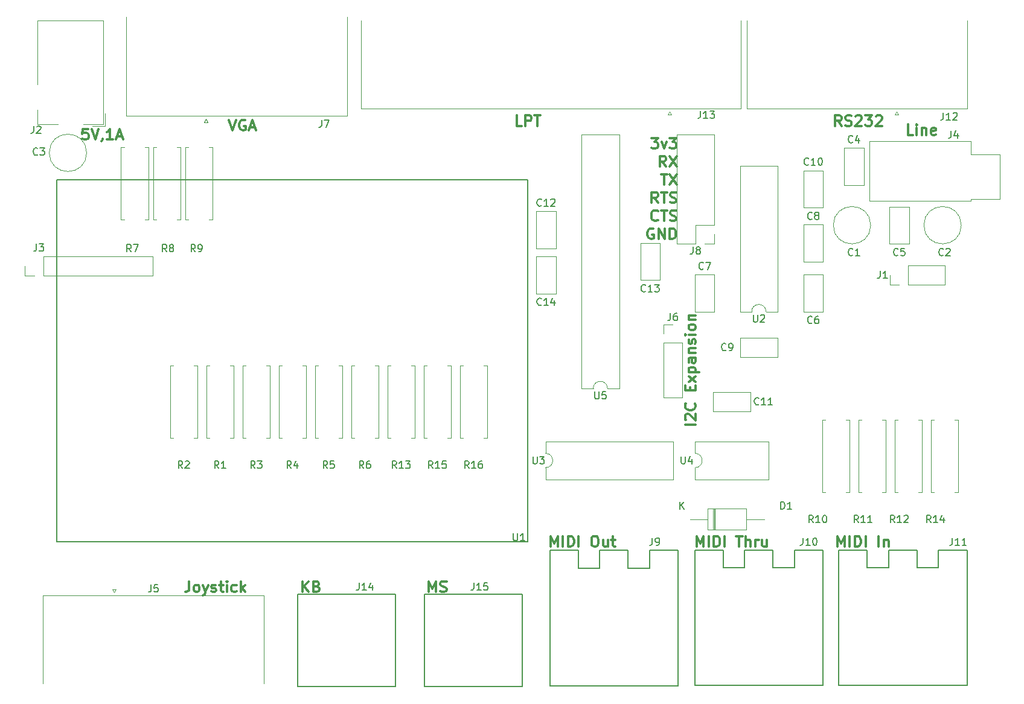
<source format=gbr>
G04 #@! TF.GenerationSoftware,KiCad,Pcbnew,5.0.2-bee76a0~70~ubuntu18.04.1*
G04 #@! TF.CreationDate,2019-01-12T22:14:59+00:00*
G04 #@! TF.ProjectId,monotron,6d6f6e6f-7472-46f6-9e2e-6b696361645f,0.0.1*
G04 #@! TF.SameCoordinates,Original*
G04 #@! TF.FileFunction,Legend,Top*
G04 #@! TF.FilePolarity,Positive*
%FSLAX46Y46*%
G04 Gerber Fmt 4.6, Leading zero omitted, Abs format (unit mm)*
G04 Created by KiCad (PCBNEW 5.0.2-bee76a0~70~ubuntu18.04.1) date Sat 12 Jan 2019 22:14:59 GMT*
%MOMM*%
%LPD*%
G01*
G04 APERTURE LIST*
%ADD10C,0.300000*%
%ADD11C,0.150000*%
%ADD12C,0.120000*%
G04 APERTURE END LIST*
D10*
X83090000Y-51248571D02*
X82375714Y-51248571D01*
X82304285Y-51962857D01*
X82375714Y-51891428D01*
X82518571Y-51820000D01*
X82875714Y-51820000D01*
X83018571Y-51891428D01*
X83090000Y-51962857D01*
X83161428Y-52105714D01*
X83161428Y-52462857D01*
X83090000Y-52605714D01*
X83018571Y-52677142D01*
X82875714Y-52748571D01*
X82518571Y-52748571D01*
X82375714Y-52677142D01*
X82304285Y-52605714D01*
X83590000Y-51248571D02*
X84090000Y-52748571D01*
X84590000Y-51248571D01*
X85161428Y-52677142D02*
X85161428Y-52748571D01*
X85090000Y-52891428D01*
X85018571Y-52962857D01*
X86590000Y-52748571D02*
X85732857Y-52748571D01*
X86161428Y-52748571D02*
X86161428Y-51248571D01*
X86018571Y-51462857D01*
X85875714Y-51605714D01*
X85732857Y-51677142D01*
X87161428Y-52320000D02*
X87875714Y-52320000D01*
X87018571Y-52748571D02*
X87518571Y-51248571D01*
X88018571Y-52748571D01*
X102882142Y-49978571D02*
X103382142Y-51478571D01*
X103882142Y-49978571D01*
X105167857Y-50050000D02*
X105025000Y-49978571D01*
X104810714Y-49978571D01*
X104596428Y-50050000D01*
X104453571Y-50192857D01*
X104382142Y-50335714D01*
X104310714Y-50621428D01*
X104310714Y-50835714D01*
X104382142Y-51121428D01*
X104453571Y-51264285D01*
X104596428Y-51407142D01*
X104810714Y-51478571D01*
X104953571Y-51478571D01*
X105167857Y-51407142D01*
X105239285Y-51335714D01*
X105239285Y-50835714D01*
X104953571Y-50835714D01*
X105810714Y-51050000D02*
X106525000Y-51050000D01*
X105667857Y-51478571D02*
X106167857Y-49978571D01*
X106667857Y-51478571D01*
X198810714Y-52113571D02*
X198096428Y-52113571D01*
X198096428Y-50613571D01*
X199310714Y-52113571D02*
X199310714Y-51113571D01*
X199310714Y-50613571D02*
X199239285Y-50685000D01*
X199310714Y-50756428D01*
X199382142Y-50685000D01*
X199310714Y-50613571D01*
X199310714Y-50756428D01*
X200025000Y-51113571D02*
X200025000Y-52113571D01*
X200025000Y-51256428D02*
X200096428Y-51185000D01*
X200239285Y-51113571D01*
X200453571Y-51113571D01*
X200596428Y-51185000D01*
X200667857Y-51327857D01*
X200667857Y-52113571D01*
X201953571Y-52042142D02*
X201810714Y-52113571D01*
X201525000Y-52113571D01*
X201382142Y-52042142D01*
X201310714Y-51899285D01*
X201310714Y-51327857D01*
X201382142Y-51185000D01*
X201525000Y-51113571D01*
X201810714Y-51113571D01*
X201953571Y-51185000D01*
X202025000Y-51327857D01*
X202025000Y-51470714D01*
X201310714Y-51613571D01*
X143922857Y-50843571D02*
X143208571Y-50843571D01*
X143208571Y-49343571D01*
X144422857Y-50843571D02*
X144422857Y-49343571D01*
X144994285Y-49343571D01*
X145137142Y-49415000D01*
X145208571Y-49486428D01*
X145280000Y-49629285D01*
X145280000Y-49843571D01*
X145208571Y-49986428D01*
X145137142Y-50057857D01*
X144994285Y-50129285D01*
X144422857Y-50129285D01*
X145708571Y-49343571D02*
X146565714Y-49343571D01*
X146137142Y-50843571D02*
X146137142Y-49343571D01*
X188742142Y-50843571D02*
X188242142Y-50129285D01*
X187885000Y-50843571D02*
X187885000Y-49343571D01*
X188456428Y-49343571D01*
X188599285Y-49415000D01*
X188670714Y-49486428D01*
X188742142Y-49629285D01*
X188742142Y-49843571D01*
X188670714Y-49986428D01*
X188599285Y-50057857D01*
X188456428Y-50129285D01*
X187885000Y-50129285D01*
X189313571Y-50772142D02*
X189527857Y-50843571D01*
X189885000Y-50843571D01*
X190027857Y-50772142D01*
X190099285Y-50700714D01*
X190170714Y-50557857D01*
X190170714Y-50415000D01*
X190099285Y-50272142D01*
X190027857Y-50200714D01*
X189885000Y-50129285D01*
X189599285Y-50057857D01*
X189456428Y-49986428D01*
X189385000Y-49915000D01*
X189313571Y-49772142D01*
X189313571Y-49629285D01*
X189385000Y-49486428D01*
X189456428Y-49415000D01*
X189599285Y-49343571D01*
X189956428Y-49343571D01*
X190170714Y-49415000D01*
X190742142Y-49486428D02*
X190813571Y-49415000D01*
X190956428Y-49343571D01*
X191313571Y-49343571D01*
X191456428Y-49415000D01*
X191527857Y-49486428D01*
X191599285Y-49629285D01*
X191599285Y-49772142D01*
X191527857Y-49986428D01*
X190670714Y-50843571D01*
X191599285Y-50843571D01*
X192099285Y-49343571D02*
X193027857Y-49343571D01*
X192527857Y-49915000D01*
X192742142Y-49915000D01*
X192885000Y-49986428D01*
X192956428Y-50057857D01*
X193027857Y-50200714D01*
X193027857Y-50557857D01*
X192956428Y-50700714D01*
X192885000Y-50772142D01*
X192742142Y-50843571D01*
X192313571Y-50843571D01*
X192170714Y-50772142D01*
X192099285Y-50700714D01*
X193599285Y-49486428D02*
X193670714Y-49415000D01*
X193813571Y-49343571D01*
X194170714Y-49343571D01*
X194313571Y-49415000D01*
X194385000Y-49486428D01*
X194456428Y-49629285D01*
X194456428Y-49772142D01*
X194385000Y-49986428D01*
X193527857Y-50843571D01*
X194456428Y-50843571D01*
X168426428Y-109898571D02*
X168426428Y-108398571D01*
X168926428Y-109470000D01*
X169426428Y-108398571D01*
X169426428Y-109898571D01*
X170140714Y-109898571D02*
X170140714Y-108398571D01*
X170855000Y-109898571D02*
X170855000Y-108398571D01*
X171212142Y-108398571D01*
X171426428Y-108470000D01*
X171569285Y-108612857D01*
X171640714Y-108755714D01*
X171712142Y-109041428D01*
X171712142Y-109255714D01*
X171640714Y-109541428D01*
X171569285Y-109684285D01*
X171426428Y-109827142D01*
X171212142Y-109898571D01*
X170855000Y-109898571D01*
X172355000Y-109898571D02*
X172355000Y-108398571D01*
X173997857Y-108398571D02*
X174855000Y-108398571D01*
X174426428Y-109898571D02*
X174426428Y-108398571D01*
X175355000Y-109898571D02*
X175355000Y-108398571D01*
X175997857Y-109898571D02*
X175997857Y-109112857D01*
X175926428Y-108970000D01*
X175783571Y-108898571D01*
X175569285Y-108898571D01*
X175426428Y-108970000D01*
X175355000Y-109041428D01*
X176712142Y-109898571D02*
X176712142Y-108898571D01*
X176712142Y-109184285D02*
X176783571Y-109041428D01*
X176855000Y-108970000D01*
X176997857Y-108898571D01*
X177140714Y-108898571D01*
X178283571Y-108898571D02*
X178283571Y-109898571D01*
X177640714Y-108898571D02*
X177640714Y-109684285D01*
X177712142Y-109827142D01*
X177855000Y-109898571D01*
X178069285Y-109898571D01*
X178212142Y-109827142D01*
X178283571Y-109755714D01*
X188198571Y-109898571D02*
X188198571Y-108398571D01*
X188698571Y-109470000D01*
X189198571Y-108398571D01*
X189198571Y-109898571D01*
X189912857Y-109898571D02*
X189912857Y-108398571D01*
X190627142Y-109898571D02*
X190627142Y-108398571D01*
X190984285Y-108398571D01*
X191198571Y-108470000D01*
X191341428Y-108612857D01*
X191412857Y-108755714D01*
X191484285Y-109041428D01*
X191484285Y-109255714D01*
X191412857Y-109541428D01*
X191341428Y-109684285D01*
X191198571Y-109827142D01*
X190984285Y-109898571D01*
X190627142Y-109898571D01*
X192127142Y-109898571D02*
X192127142Y-108398571D01*
X193984285Y-109898571D02*
X193984285Y-108398571D01*
X194698571Y-108898571D02*
X194698571Y-109898571D01*
X194698571Y-109041428D02*
X194770000Y-108970000D01*
X194912857Y-108898571D01*
X195127142Y-108898571D01*
X195270000Y-108970000D01*
X195341428Y-109112857D01*
X195341428Y-109898571D01*
X147971428Y-109898571D02*
X147971428Y-108398571D01*
X148471428Y-109470000D01*
X148971428Y-108398571D01*
X148971428Y-109898571D01*
X149685714Y-109898571D02*
X149685714Y-108398571D01*
X150400000Y-109898571D02*
X150400000Y-108398571D01*
X150757142Y-108398571D01*
X150971428Y-108470000D01*
X151114285Y-108612857D01*
X151185714Y-108755714D01*
X151257142Y-109041428D01*
X151257142Y-109255714D01*
X151185714Y-109541428D01*
X151114285Y-109684285D01*
X150971428Y-109827142D01*
X150757142Y-109898571D01*
X150400000Y-109898571D01*
X151900000Y-109898571D02*
X151900000Y-108398571D01*
X154042857Y-108398571D02*
X154328571Y-108398571D01*
X154471428Y-108470000D01*
X154614285Y-108612857D01*
X154685714Y-108898571D01*
X154685714Y-109398571D01*
X154614285Y-109684285D01*
X154471428Y-109827142D01*
X154328571Y-109898571D01*
X154042857Y-109898571D01*
X153900000Y-109827142D01*
X153757142Y-109684285D01*
X153685714Y-109398571D01*
X153685714Y-108898571D01*
X153757142Y-108612857D01*
X153900000Y-108470000D01*
X154042857Y-108398571D01*
X155971428Y-108898571D02*
X155971428Y-109898571D01*
X155328571Y-108898571D02*
X155328571Y-109684285D01*
X155400000Y-109827142D01*
X155542857Y-109898571D01*
X155757142Y-109898571D01*
X155900000Y-109827142D01*
X155971428Y-109755714D01*
X156471428Y-108898571D02*
X157042857Y-108898571D01*
X156685714Y-108398571D02*
X156685714Y-109684285D01*
X156757142Y-109827142D01*
X156900000Y-109898571D01*
X157042857Y-109898571D01*
X130865714Y-116248571D02*
X130865714Y-114748571D01*
X131365714Y-115820000D01*
X131865714Y-114748571D01*
X131865714Y-116248571D01*
X132508571Y-116177142D02*
X132722857Y-116248571D01*
X133080000Y-116248571D01*
X133222857Y-116177142D01*
X133294285Y-116105714D01*
X133365714Y-115962857D01*
X133365714Y-115820000D01*
X133294285Y-115677142D01*
X133222857Y-115605714D01*
X133080000Y-115534285D01*
X132794285Y-115462857D01*
X132651428Y-115391428D01*
X132580000Y-115320000D01*
X132508571Y-115177142D01*
X132508571Y-115034285D01*
X132580000Y-114891428D01*
X132651428Y-114820000D01*
X132794285Y-114748571D01*
X133151428Y-114748571D01*
X133365714Y-114820000D01*
X113157142Y-116248571D02*
X113157142Y-114748571D01*
X114014285Y-116248571D02*
X113371428Y-115391428D01*
X114014285Y-114748571D02*
X113157142Y-115605714D01*
X115157142Y-115462857D02*
X115371428Y-115534285D01*
X115442857Y-115605714D01*
X115514285Y-115748571D01*
X115514285Y-115962857D01*
X115442857Y-116105714D01*
X115371428Y-116177142D01*
X115228571Y-116248571D01*
X114657142Y-116248571D01*
X114657142Y-114748571D01*
X115157142Y-114748571D01*
X115300000Y-114820000D01*
X115371428Y-114891428D01*
X115442857Y-115034285D01*
X115442857Y-115177142D01*
X115371428Y-115320000D01*
X115300000Y-115391428D01*
X115157142Y-115462857D01*
X114657142Y-115462857D01*
X97286428Y-114748571D02*
X97286428Y-115820000D01*
X97215000Y-116034285D01*
X97072142Y-116177142D01*
X96857857Y-116248571D01*
X96715000Y-116248571D01*
X98215000Y-116248571D02*
X98072142Y-116177142D01*
X98000714Y-116105714D01*
X97929285Y-115962857D01*
X97929285Y-115534285D01*
X98000714Y-115391428D01*
X98072142Y-115320000D01*
X98215000Y-115248571D01*
X98429285Y-115248571D01*
X98572142Y-115320000D01*
X98643571Y-115391428D01*
X98715000Y-115534285D01*
X98715000Y-115962857D01*
X98643571Y-116105714D01*
X98572142Y-116177142D01*
X98429285Y-116248571D01*
X98215000Y-116248571D01*
X99215000Y-115248571D02*
X99572142Y-116248571D01*
X99929285Y-115248571D02*
X99572142Y-116248571D01*
X99429285Y-116605714D01*
X99357857Y-116677142D01*
X99215000Y-116748571D01*
X100429285Y-116177142D02*
X100572142Y-116248571D01*
X100857857Y-116248571D01*
X101000714Y-116177142D01*
X101072142Y-116034285D01*
X101072142Y-115962857D01*
X101000714Y-115820000D01*
X100857857Y-115748571D01*
X100643571Y-115748571D01*
X100500714Y-115677142D01*
X100429285Y-115534285D01*
X100429285Y-115462857D01*
X100500714Y-115320000D01*
X100643571Y-115248571D01*
X100857857Y-115248571D01*
X101000714Y-115320000D01*
X101500714Y-115248571D02*
X102072142Y-115248571D01*
X101715000Y-114748571D02*
X101715000Y-116034285D01*
X101786428Y-116177142D01*
X101929285Y-116248571D01*
X102072142Y-116248571D01*
X102572142Y-116248571D02*
X102572142Y-115248571D01*
X102572142Y-114748571D02*
X102500714Y-114820000D01*
X102572142Y-114891428D01*
X102643571Y-114820000D01*
X102572142Y-114748571D01*
X102572142Y-114891428D01*
X103929285Y-116177142D02*
X103786428Y-116248571D01*
X103500714Y-116248571D01*
X103357857Y-116177142D01*
X103286428Y-116105714D01*
X103215000Y-115962857D01*
X103215000Y-115534285D01*
X103286428Y-115391428D01*
X103357857Y-115320000D01*
X103500714Y-115248571D01*
X103786428Y-115248571D01*
X103929285Y-115320000D01*
X104572142Y-116248571D02*
X104572142Y-114748571D01*
X104715000Y-115677142D02*
X105143571Y-116248571D01*
X105143571Y-115248571D02*
X104572142Y-115820000D01*
X162080000Y-52518571D02*
X163008572Y-52518571D01*
X162508572Y-53090000D01*
X162722857Y-53090000D01*
X162865715Y-53161428D01*
X162937143Y-53232857D01*
X163008572Y-53375714D01*
X163008572Y-53732857D01*
X162937143Y-53875714D01*
X162865715Y-53947142D01*
X162722857Y-54018571D01*
X162294286Y-54018571D01*
X162151429Y-53947142D01*
X162080000Y-53875714D01*
X163508572Y-53018571D02*
X163865715Y-54018571D01*
X164222857Y-53018571D01*
X164651429Y-52518571D02*
X165580000Y-52518571D01*
X165080000Y-53090000D01*
X165294286Y-53090000D01*
X165437143Y-53161428D01*
X165508572Y-53232857D01*
X165580000Y-53375714D01*
X165580000Y-53732857D01*
X165508572Y-53875714D01*
X165437143Y-53947142D01*
X165294286Y-54018571D01*
X164865715Y-54018571D01*
X164722857Y-53947142D01*
X164651429Y-53875714D01*
X162392143Y-65290000D02*
X162249286Y-65218571D01*
X162035000Y-65218571D01*
X161820715Y-65290000D01*
X161677857Y-65432857D01*
X161606429Y-65575714D01*
X161535000Y-65861428D01*
X161535000Y-66075714D01*
X161606429Y-66361428D01*
X161677857Y-66504285D01*
X161820715Y-66647142D01*
X162035000Y-66718571D01*
X162177857Y-66718571D01*
X162392143Y-66647142D01*
X162463572Y-66575714D01*
X162463572Y-66075714D01*
X162177857Y-66075714D01*
X163106429Y-66718571D02*
X163106429Y-65218571D01*
X163963572Y-66718571D01*
X163963572Y-65218571D01*
X164677857Y-66718571D02*
X164677857Y-65218571D01*
X165035000Y-65218571D01*
X165249286Y-65290000D01*
X165392143Y-65432857D01*
X165463572Y-65575714D01*
X165535000Y-65861428D01*
X165535000Y-66075714D01*
X165463572Y-66361428D01*
X165392143Y-66504285D01*
X165249286Y-66647142D01*
X165035000Y-66718571D01*
X164677857Y-66718571D01*
X163008571Y-64035714D02*
X162937142Y-64107142D01*
X162722857Y-64178571D01*
X162580000Y-64178571D01*
X162365714Y-64107142D01*
X162222857Y-63964285D01*
X162151428Y-63821428D01*
X162080000Y-63535714D01*
X162080000Y-63321428D01*
X162151428Y-63035714D01*
X162222857Y-62892857D01*
X162365714Y-62750000D01*
X162580000Y-62678571D01*
X162722857Y-62678571D01*
X162937142Y-62750000D01*
X163008571Y-62821428D01*
X163437142Y-62678571D02*
X164294285Y-62678571D01*
X163865714Y-64178571D02*
X163865714Y-62678571D01*
X164722857Y-64107142D02*
X164937142Y-64178571D01*
X165294285Y-64178571D01*
X165437142Y-64107142D01*
X165508571Y-64035714D01*
X165580000Y-63892857D01*
X165580000Y-63750000D01*
X165508571Y-63607142D01*
X165437142Y-63535714D01*
X165294285Y-63464285D01*
X165008571Y-63392857D01*
X164865714Y-63321428D01*
X164794285Y-63250000D01*
X164722857Y-63107142D01*
X164722857Y-62964285D01*
X164794285Y-62821428D01*
X164865714Y-62750000D01*
X165008571Y-62678571D01*
X165365714Y-62678571D01*
X165580000Y-62750000D01*
X163008571Y-61638571D02*
X162508571Y-60924285D01*
X162151428Y-61638571D02*
X162151428Y-60138571D01*
X162722857Y-60138571D01*
X162865714Y-60210000D01*
X162937142Y-60281428D01*
X163008571Y-60424285D01*
X163008571Y-60638571D01*
X162937142Y-60781428D01*
X162865714Y-60852857D01*
X162722857Y-60924285D01*
X162151428Y-60924285D01*
X163437142Y-60138571D02*
X164294285Y-60138571D01*
X163865714Y-61638571D02*
X163865714Y-60138571D01*
X164722857Y-61567142D02*
X164937142Y-61638571D01*
X165294285Y-61638571D01*
X165437142Y-61567142D01*
X165508571Y-61495714D01*
X165580000Y-61352857D01*
X165580000Y-61210000D01*
X165508571Y-61067142D01*
X165437142Y-60995714D01*
X165294285Y-60924285D01*
X165008571Y-60852857D01*
X164865714Y-60781428D01*
X164794285Y-60710000D01*
X164722857Y-60567142D01*
X164722857Y-60424285D01*
X164794285Y-60281428D01*
X164865714Y-60210000D01*
X165008571Y-60138571D01*
X165365714Y-60138571D01*
X165580000Y-60210000D01*
X163437142Y-57598571D02*
X164294285Y-57598571D01*
X163865714Y-59098571D02*
X163865714Y-57598571D01*
X164651428Y-57598571D02*
X165651428Y-59098571D01*
X165651428Y-57598571D02*
X164651428Y-59098571D01*
X164151429Y-56558571D02*
X163651429Y-55844285D01*
X163294286Y-56558571D02*
X163294286Y-55058571D01*
X163865714Y-55058571D01*
X164008571Y-55130000D01*
X164080000Y-55201428D01*
X164151429Y-55344285D01*
X164151429Y-55558571D01*
X164080000Y-55701428D01*
X164008571Y-55772857D01*
X163865714Y-55844285D01*
X163294286Y-55844285D01*
X164651429Y-55058571D02*
X165651429Y-56558571D01*
X165651429Y-55058571D02*
X164651429Y-56558571D01*
X168318571Y-92768571D02*
X166818571Y-92768571D01*
X166961428Y-92125714D02*
X166890000Y-92054285D01*
X166818571Y-91911428D01*
X166818571Y-91554285D01*
X166890000Y-91411428D01*
X166961428Y-91340000D01*
X167104285Y-91268571D01*
X167247142Y-91268571D01*
X167461428Y-91340000D01*
X168318571Y-92197142D01*
X168318571Y-91268571D01*
X168175714Y-89768571D02*
X168247142Y-89840000D01*
X168318571Y-90054285D01*
X168318571Y-90197142D01*
X168247142Y-90411428D01*
X168104285Y-90554285D01*
X167961428Y-90625714D01*
X167675714Y-90697142D01*
X167461428Y-90697142D01*
X167175714Y-90625714D01*
X167032857Y-90554285D01*
X166890000Y-90411428D01*
X166818571Y-90197142D01*
X166818571Y-90054285D01*
X166890000Y-89840000D01*
X166961428Y-89768571D01*
X167532857Y-87982857D02*
X167532857Y-87482857D01*
X168318571Y-87268571D02*
X168318571Y-87982857D01*
X166818571Y-87982857D01*
X166818571Y-87268571D01*
X168318571Y-86768571D02*
X167318571Y-85982857D01*
X167318571Y-86768571D02*
X168318571Y-85982857D01*
X167318571Y-85411428D02*
X168818571Y-85411428D01*
X167390000Y-85411428D02*
X167318571Y-85268571D01*
X167318571Y-84982857D01*
X167390000Y-84840000D01*
X167461428Y-84768571D01*
X167604285Y-84697142D01*
X168032857Y-84697142D01*
X168175714Y-84768571D01*
X168247142Y-84840000D01*
X168318571Y-84982857D01*
X168318571Y-85268571D01*
X168247142Y-85411428D01*
X168318571Y-83411428D02*
X167532857Y-83411428D01*
X167390000Y-83482857D01*
X167318571Y-83625714D01*
X167318571Y-83911428D01*
X167390000Y-84054285D01*
X168247142Y-83411428D02*
X168318571Y-83554285D01*
X168318571Y-83911428D01*
X168247142Y-84054285D01*
X168104285Y-84125714D01*
X167961428Y-84125714D01*
X167818571Y-84054285D01*
X167747142Y-83911428D01*
X167747142Y-83554285D01*
X167675714Y-83411428D01*
X167318571Y-82697142D02*
X168318571Y-82697142D01*
X167461428Y-82697142D02*
X167390000Y-82625714D01*
X167318571Y-82482857D01*
X167318571Y-82268571D01*
X167390000Y-82125714D01*
X167532857Y-82054285D01*
X168318571Y-82054285D01*
X168247142Y-81411428D02*
X168318571Y-81268571D01*
X168318571Y-80982857D01*
X168247142Y-80840000D01*
X168104285Y-80768571D01*
X168032857Y-80768571D01*
X167890000Y-80840000D01*
X167818571Y-80982857D01*
X167818571Y-81197142D01*
X167747142Y-81340000D01*
X167604285Y-81411428D01*
X167532857Y-81411428D01*
X167390000Y-81340000D01*
X167318571Y-81197142D01*
X167318571Y-80982857D01*
X167390000Y-80840000D01*
X168318571Y-80125714D02*
X167318571Y-80125714D01*
X166818571Y-80125714D02*
X166890000Y-80197142D01*
X166961428Y-80125714D01*
X166890000Y-80054285D01*
X166818571Y-80125714D01*
X166961428Y-80125714D01*
X168318571Y-79197142D02*
X168247142Y-79340000D01*
X168175714Y-79411428D01*
X168032857Y-79482857D01*
X167604285Y-79482857D01*
X167461428Y-79411428D01*
X167390000Y-79340000D01*
X167318571Y-79197142D01*
X167318571Y-78982857D01*
X167390000Y-78840000D01*
X167461428Y-78768571D01*
X167604285Y-78697142D01*
X168032857Y-78697142D01*
X168175714Y-78768571D01*
X168247142Y-78840000D01*
X168318571Y-78982857D01*
X168318571Y-79197142D01*
X167318571Y-78054285D02*
X168318571Y-78054285D01*
X167461428Y-78054285D02*
X167390000Y-77982857D01*
X167318571Y-77840000D01*
X167318571Y-77625714D01*
X167390000Y-77482857D01*
X167532857Y-77411428D01*
X168318571Y-77411428D01*
D11*
G04 #@! TO.C,U1*
X78740000Y-109220000D02*
X109220000Y-109220000D01*
X78740000Y-58420000D02*
X78740000Y-109220000D01*
X144780000Y-58420000D02*
X78740000Y-58420000D01*
X144780000Y-109220000D02*
X144780000Y-58420000D01*
X109220000Y-109220000D02*
X144780000Y-109220000D01*
D12*
G04 #@! TO.C,R4*
X110320000Y-94605000D02*
X109840000Y-94605000D01*
X109840000Y-94605000D02*
X109840000Y-84465000D01*
X109840000Y-84465000D02*
X110320000Y-84465000D01*
X113200000Y-94605000D02*
X113680000Y-94605000D01*
X113680000Y-94605000D02*
X113680000Y-84465000D01*
X113680000Y-84465000D02*
X113200000Y-84465000D01*
G04 #@! TO.C,J7*
X119425000Y-35525000D02*
X119425000Y-49415000D01*
X119425000Y-49415000D02*
X88455000Y-49415000D01*
X88455000Y-49415000D02*
X88455000Y-35525000D01*
X99875000Y-50309338D02*
X99375000Y-50309338D01*
X99375000Y-50309338D02*
X99625000Y-49876325D01*
X99625000Y-49876325D02*
X99875000Y-50309338D01*
G04 #@! TO.C,J4*
X210920000Y-54835000D02*
X210920000Y-61075000D01*
X210920000Y-61075000D02*
X206920000Y-61075000D01*
X206920000Y-61075000D02*
X206920000Y-61375000D01*
X206920000Y-61375000D02*
X192680000Y-61375000D01*
X192680000Y-61375000D02*
X192680000Y-52935000D01*
X192680000Y-52935000D02*
X206920000Y-52935000D01*
X206920000Y-52935000D02*
X206920000Y-54835000D01*
X206920000Y-54835000D02*
X210920000Y-54835000D01*
D11*
G04 #@! TO.C,J9*
X147845000Y-129420000D02*
X147845000Y-110420000D01*
X147845000Y-110420000D02*
X151845000Y-110420000D01*
X151845000Y-110420000D02*
X151845000Y-112920000D01*
X151845000Y-112920000D02*
X154845000Y-112920000D01*
X154845000Y-112920000D02*
X154845000Y-110420000D01*
X154845000Y-110420000D02*
X158845000Y-110420000D01*
X158845000Y-110420000D02*
X158845000Y-112920000D01*
X158845000Y-112920000D02*
X161845000Y-112920000D01*
X161845000Y-112920000D02*
X161845000Y-110420000D01*
X161845000Y-110420000D02*
X165845000Y-110420000D01*
X165845000Y-110420000D02*
X165845000Y-129420000D01*
X165845000Y-129420000D02*
X147845000Y-129420000D01*
G04 #@! TO.C,J10*
X186165000Y-129340000D02*
X168165000Y-129340000D01*
X186165000Y-110340000D02*
X186165000Y-129340000D01*
X182165000Y-110340000D02*
X186165000Y-110340000D01*
X182165000Y-112840000D02*
X182165000Y-110340000D01*
X179165000Y-112840000D02*
X182165000Y-112840000D01*
X179165000Y-110340000D02*
X179165000Y-112840000D01*
X175165000Y-110340000D02*
X179165000Y-110340000D01*
X175165000Y-112840000D02*
X175165000Y-110340000D01*
X172165000Y-112840000D02*
X175165000Y-112840000D01*
X172165000Y-110340000D02*
X172165000Y-112840000D01*
X168165000Y-110340000D02*
X172165000Y-110340000D01*
X168165000Y-129340000D02*
X168165000Y-110340000D01*
G04 #@! TO.C,J11*
X188365000Y-129340000D02*
X188365000Y-110340000D01*
X188365000Y-110340000D02*
X192365000Y-110340000D01*
X192365000Y-110340000D02*
X192365000Y-112840000D01*
X192365000Y-112840000D02*
X195365000Y-112840000D01*
X195365000Y-112840000D02*
X195365000Y-110340000D01*
X195365000Y-110340000D02*
X199365000Y-110340000D01*
X199365000Y-110340000D02*
X199365000Y-112840000D01*
X199365000Y-112840000D02*
X202365000Y-112840000D01*
X202365000Y-112840000D02*
X202365000Y-110340000D01*
X202365000Y-110340000D02*
X206365000Y-110340000D01*
X206365000Y-110340000D02*
X206365000Y-129340000D01*
X206365000Y-129340000D02*
X188365000Y-129340000D01*
D12*
G04 #@! TO.C,J1*
X203260000Y-73085000D02*
X203260000Y-70425000D01*
X198120000Y-73085000D02*
X203260000Y-73085000D01*
X198120000Y-70425000D02*
X203260000Y-70425000D01*
X198120000Y-73085000D02*
X198120000Y-70425000D01*
X196850000Y-73085000D02*
X195520000Y-73085000D01*
X195520000Y-73085000D02*
X195520000Y-71755000D01*
G04 #@! TO.C,J12*
X206420000Y-36025000D02*
X206420000Y-48365000D01*
X206420000Y-48365000D02*
X175450000Y-48365000D01*
X175450000Y-48365000D02*
X175450000Y-36025000D01*
X196725000Y-49259338D02*
X196225000Y-49259338D01*
X196225000Y-49259338D02*
X196475000Y-48826325D01*
X196475000Y-48826325D02*
X196725000Y-49259338D01*
D11*
G04 #@! TO.C,J14*
X112522000Y-129540000D02*
X126238000Y-129540000D01*
X112522000Y-116540000D02*
X112522000Y-129540000D01*
X126238000Y-116586000D02*
X112522000Y-116586000D01*
X126238000Y-129540000D02*
X126238000Y-116540000D01*
G04 #@! TO.C,J15*
X130302000Y-129540000D02*
X144018000Y-129540000D01*
X130302000Y-116540000D02*
X130302000Y-129540000D01*
X144018000Y-116586000D02*
X130302000Y-116586000D01*
X144018000Y-129540000D02*
X144018000Y-116540000D01*
D12*
G04 #@! TO.C,U5*
X153940000Y-87690000D02*
G75*
G02X155940000Y-87690000I1000000J0D01*
G01*
X155940000Y-87690000D02*
X157590000Y-87690000D01*
X157590000Y-87690000D02*
X157590000Y-52010000D01*
X157590000Y-52010000D02*
X152290000Y-52010000D01*
X152290000Y-52010000D02*
X152290000Y-87690000D01*
X152290000Y-87690000D02*
X153940000Y-87690000D01*
G04 #@! TO.C,J2*
X76045000Y-45015000D02*
X76045000Y-36015000D01*
X76045000Y-36015000D02*
X85245000Y-36015000D01*
X85245000Y-36015000D02*
X85245000Y-50615000D01*
X85245000Y-50615000D02*
X82445000Y-50615000D01*
X78845000Y-50615000D02*
X76045000Y-50615000D01*
X76045000Y-50615000D02*
X76045000Y-48615000D01*
X85485000Y-49115000D02*
X85485000Y-50855000D01*
X85485000Y-50855000D02*
X83745000Y-50855000D01*
G04 #@! TO.C,J13*
X174620000Y-36025000D02*
X174620000Y-48365000D01*
X174620000Y-48365000D02*
X121400000Y-48365000D01*
X121400000Y-48365000D02*
X121400000Y-36025000D01*
X164880000Y-49259338D02*
X164380000Y-49259338D01*
X164380000Y-49259338D02*
X164630000Y-48826325D01*
X164630000Y-48826325D02*
X164880000Y-49259338D01*
G04 #@! TO.C,J5*
X86735000Y-116273675D02*
X86485000Y-115840662D01*
X86985000Y-115840662D02*
X86735000Y-116273675D01*
X86485000Y-115840662D02*
X86985000Y-115840662D01*
X107760000Y-116735000D02*
X107760000Y-129075000D01*
X76790000Y-116735000D02*
X107760000Y-116735000D01*
X76790000Y-129075000D02*
X76790000Y-116735000D01*
G04 #@! TO.C,J6*
X163770000Y-88960000D02*
X166430000Y-88960000D01*
X163770000Y-81280000D02*
X163770000Y-88960000D01*
X166430000Y-81280000D02*
X166430000Y-88960000D01*
X163770000Y-81280000D02*
X166430000Y-81280000D01*
X163770000Y-80010000D02*
X163770000Y-78680000D01*
X163770000Y-78680000D02*
X165100000Y-78680000D01*
G04 #@! TO.C,J3*
X92135000Y-71815000D02*
X92135000Y-69155000D01*
X76835000Y-71815000D02*
X92135000Y-71815000D01*
X76835000Y-69155000D02*
X92135000Y-69155000D01*
X76835000Y-71815000D02*
X76835000Y-69155000D01*
X75565000Y-71815000D02*
X74235000Y-71815000D01*
X74235000Y-71815000D02*
X74235000Y-70485000D01*
G04 #@! TO.C,J8*
X170875000Y-52010000D02*
X165675000Y-52010000D01*
X170875000Y-64770000D02*
X170875000Y-52010000D01*
X165675000Y-67370000D02*
X165675000Y-52010000D01*
X170875000Y-64770000D02*
X168275000Y-64770000D01*
X168275000Y-64770000D02*
X168275000Y-67370000D01*
X168275000Y-67370000D02*
X165675000Y-67370000D01*
X170875000Y-66040000D02*
X170875000Y-67370000D01*
X170875000Y-67370000D02*
X169545000Y-67370000D01*
G04 #@! TO.C,D1*
X170000000Y-104575000D02*
X170000000Y-107515000D01*
X170000000Y-107515000D02*
X175440000Y-107515000D01*
X175440000Y-107515000D02*
X175440000Y-104575000D01*
X175440000Y-104575000D02*
X170000000Y-104575000D01*
X167510000Y-106045000D02*
X170000000Y-106045000D01*
X177930000Y-106045000D02*
X175440000Y-106045000D01*
X170900000Y-104575000D02*
X170900000Y-107515000D01*
X171020000Y-104575000D02*
X171020000Y-107515000D01*
X170780000Y-104575000D02*
X170780000Y-107515000D01*
G04 #@! TO.C,U3*
X147260000Y-96790000D02*
G75*
G02X147260000Y-98790000I0J-1000000D01*
G01*
X147260000Y-98790000D02*
X147260000Y-100440000D01*
X147260000Y-100440000D02*
X165160000Y-100440000D01*
X165160000Y-100440000D02*
X165160000Y-95140000D01*
X165160000Y-95140000D02*
X147260000Y-95140000D01*
X147260000Y-95140000D02*
X147260000Y-96790000D01*
G04 #@! TO.C,U4*
X168215000Y-96790000D02*
G75*
G02X168215000Y-98790000I0J-1000000D01*
G01*
X168215000Y-98790000D02*
X168215000Y-100440000D01*
X168215000Y-100440000D02*
X178495000Y-100440000D01*
X178495000Y-100440000D02*
X178495000Y-95140000D01*
X178495000Y-95140000D02*
X168215000Y-95140000D01*
X168215000Y-95140000D02*
X168215000Y-96790000D01*
G04 #@! TO.C,R12*
X199560000Y-92085000D02*
X200040000Y-92085000D01*
X200040000Y-92085000D02*
X200040000Y-102225000D01*
X200040000Y-102225000D02*
X199560000Y-102225000D01*
X196680000Y-92085000D02*
X196200000Y-92085000D01*
X196200000Y-92085000D02*
X196200000Y-102225000D01*
X196200000Y-102225000D02*
X196680000Y-102225000D01*
G04 #@! TO.C,R10*
X186040000Y-102225000D02*
X186520000Y-102225000D01*
X186040000Y-92085000D02*
X186040000Y-102225000D01*
X186520000Y-92085000D02*
X186040000Y-92085000D01*
X189880000Y-102225000D02*
X189400000Y-102225000D01*
X189880000Y-92085000D02*
X189880000Y-102225000D01*
X189400000Y-92085000D02*
X189880000Y-92085000D01*
G04 #@! TO.C,R11*
X191600000Y-102225000D02*
X191120000Y-102225000D01*
X191120000Y-102225000D02*
X191120000Y-92085000D01*
X191120000Y-92085000D02*
X191600000Y-92085000D01*
X194480000Y-102225000D02*
X194960000Y-102225000D01*
X194960000Y-102225000D02*
X194960000Y-92085000D01*
X194960000Y-92085000D02*
X194480000Y-92085000D01*
G04 #@! TO.C,R14*
X201280000Y-102225000D02*
X201760000Y-102225000D01*
X201280000Y-92085000D02*
X201280000Y-102225000D01*
X201760000Y-92085000D02*
X201280000Y-92085000D01*
X205120000Y-102225000D02*
X204640000Y-102225000D01*
X205120000Y-92085000D02*
X205120000Y-102225000D01*
X204640000Y-92085000D02*
X205120000Y-92085000D01*
G04 #@! TO.C,R15*
X130640000Y-94605000D02*
X130160000Y-94605000D01*
X130160000Y-94605000D02*
X130160000Y-84465000D01*
X130160000Y-84465000D02*
X130640000Y-84465000D01*
X133520000Y-94605000D02*
X134000000Y-94605000D01*
X134000000Y-94605000D02*
X134000000Y-84465000D01*
X134000000Y-84465000D02*
X133520000Y-84465000D01*
G04 #@! TO.C,R16*
X139080000Y-84465000D02*
X138600000Y-84465000D01*
X139080000Y-94605000D02*
X139080000Y-84465000D01*
X138600000Y-94605000D02*
X139080000Y-94605000D01*
X135240000Y-84465000D02*
X135720000Y-84465000D01*
X135240000Y-94605000D02*
X135240000Y-84465000D01*
X135720000Y-94605000D02*
X135240000Y-94605000D01*
G04 #@! TO.C,R13*
X125560000Y-94605000D02*
X125080000Y-94605000D01*
X125080000Y-94605000D02*
X125080000Y-84465000D01*
X125080000Y-84465000D02*
X125560000Y-84465000D01*
X128440000Y-94605000D02*
X128920000Y-94605000D01*
X128920000Y-94605000D02*
X128920000Y-84465000D01*
X128920000Y-84465000D02*
X128440000Y-84465000D01*
G04 #@! TO.C,C14*
X145950000Y-74395000D02*
X145950000Y-69155000D01*
X148690000Y-74395000D02*
X148690000Y-69155000D01*
X145950000Y-74395000D02*
X148690000Y-74395000D01*
X145950000Y-69155000D02*
X148690000Y-69155000D01*
G04 #@! TO.C,C13*
X160555000Y-67250000D02*
X163295000Y-67250000D01*
X160555000Y-72490000D02*
X163295000Y-72490000D01*
X163295000Y-72490000D02*
X163295000Y-67250000D01*
X160555000Y-72490000D02*
X160555000Y-67250000D01*
G04 #@! TO.C,C12*
X148690000Y-62805000D02*
X148690000Y-68045000D01*
X145950000Y-62805000D02*
X145950000Y-68045000D01*
X148690000Y-62805000D02*
X145950000Y-62805000D01*
X148690000Y-68045000D02*
X145950000Y-68045000D01*
G04 #@! TO.C,C11*
X175955000Y-88165000D02*
X175955000Y-90905000D01*
X170715000Y-88165000D02*
X170715000Y-90905000D01*
X170715000Y-90905000D02*
X175955000Y-90905000D01*
X170715000Y-88165000D02*
X175955000Y-88165000D01*
G04 #@! TO.C,C10*
X186155000Y-57090000D02*
X186155000Y-62330000D01*
X183415000Y-57090000D02*
X183415000Y-62330000D01*
X186155000Y-57090000D02*
X183415000Y-57090000D01*
X186155000Y-62330000D02*
X183415000Y-62330000D01*
G04 #@! TO.C,C9*
X179765000Y-80545000D02*
X179765000Y-83285000D01*
X174525000Y-80545000D02*
X174525000Y-83285000D01*
X174525000Y-83285000D02*
X179765000Y-83285000D01*
X174525000Y-80545000D02*
X179765000Y-80545000D01*
G04 #@! TO.C,C8*
X183415000Y-69910000D02*
X183415000Y-64670000D01*
X186155000Y-69910000D02*
X186155000Y-64670000D01*
X183415000Y-69910000D02*
X186155000Y-69910000D01*
X183415000Y-64670000D02*
X186155000Y-64670000D01*
G04 #@! TO.C,C7*
X168175000Y-71655000D02*
X170915000Y-71655000D01*
X168175000Y-76895000D02*
X170915000Y-76895000D01*
X170915000Y-76895000D02*
X170915000Y-71655000D01*
X168175000Y-76895000D02*
X168175000Y-71655000D01*
G04 #@! TO.C,C6*
X183415000Y-76895000D02*
X183415000Y-71655000D01*
X186155000Y-76895000D02*
X186155000Y-71655000D01*
X183415000Y-76895000D02*
X186155000Y-76895000D01*
X183415000Y-71655000D02*
X186155000Y-71655000D01*
G04 #@! TO.C,C5*
X195480000Y-62170000D02*
X198220000Y-62170000D01*
X195480000Y-67410000D02*
X198220000Y-67410000D01*
X198220000Y-67410000D02*
X198220000Y-62170000D01*
X195480000Y-67410000D02*
X195480000Y-62170000D01*
G04 #@! TO.C,C4*
X191870000Y-53915000D02*
X191870000Y-59155000D01*
X189130000Y-53915000D02*
X189130000Y-59155000D01*
X191870000Y-53915000D02*
X189130000Y-53915000D01*
X191870000Y-59155000D02*
X189130000Y-59155000D01*
G04 #@! TO.C,C2*
X205550000Y-64770000D02*
G75*
G03X205550000Y-64770000I-2620000J0D01*
G01*
G04 #@! TO.C,C3*
X82900000Y-54610000D02*
G75*
G03X82900000Y-54610000I-2620000J0D01*
G01*
G04 #@! TO.C,C1*
X192850000Y-64770000D02*
G75*
G03X192850000Y-64770000I-2620000J0D01*
G01*
G04 #@! TO.C,U2*
X176165000Y-76895000D02*
G75*
G02X178165000Y-76895000I1000000J0D01*
G01*
X178165000Y-76895000D02*
X179815000Y-76895000D01*
X179815000Y-76895000D02*
X179815000Y-56455000D01*
X179815000Y-56455000D02*
X174515000Y-56455000D01*
X174515000Y-56455000D02*
X174515000Y-76895000D01*
X174515000Y-76895000D02*
X176165000Y-76895000D01*
G04 #@! TO.C,R3*
X105240000Y-94605000D02*
X104760000Y-94605000D01*
X104760000Y-94605000D02*
X104760000Y-84465000D01*
X104760000Y-84465000D02*
X105240000Y-84465000D01*
X108120000Y-94605000D02*
X108600000Y-94605000D01*
X108600000Y-94605000D02*
X108600000Y-84465000D01*
X108600000Y-84465000D02*
X108120000Y-84465000D01*
G04 #@! TO.C,R9*
X96724546Y-63964234D02*
X97204546Y-63964234D01*
X96724546Y-53824234D02*
X96724546Y-63964234D01*
X97204546Y-53824234D02*
X96724546Y-53824234D01*
X100564546Y-63964234D02*
X100084546Y-63964234D01*
X100564546Y-53824234D02*
X100564546Y-63964234D01*
X100084546Y-53824234D02*
X100564546Y-53824234D01*
G04 #@! TO.C,R8*
X95584546Y-53824234D02*
X96064546Y-53824234D01*
X96064546Y-53824234D02*
X96064546Y-63964234D01*
X96064546Y-63964234D02*
X95584546Y-63964234D01*
X92704546Y-53824234D02*
X92224546Y-53824234D01*
X92224546Y-53824234D02*
X92224546Y-63964234D01*
X92224546Y-63964234D02*
X92704546Y-63964234D01*
G04 #@! TO.C,R7*
X87724546Y-63964234D02*
X88204546Y-63964234D01*
X87724546Y-53824234D02*
X87724546Y-63964234D01*
X88204546Y-53824234D02*
X87724546Y-53824234D01*
X91564546Y-63964234D02*
X91084546Y-63964234D01*
X91564546Y-53824234D02*
X91564546Y-63964234D01*
X91084546Y-53824234D02*
X91564546Y-53824234D01*
G04 #@! TO.C,R6*
X123360000Y-84465000D02*
X123840000Y-84465000D01*
X123840000Y-84465000D02*
X123840000Y-94605000D01*
X123840000Y-94605000D02*
X123360000Y-94605000D01*
X120480000Y-84465000D02*
X120000000Y-84465000D01*
X120000000Y-84465000D02*
X120000000Y-94605000D01*
X120000000Y-94605000D02*
X120480000Y-94605000D01*
G04 #@! TO.C,R5*
X118760000Y-84465000D02*
X118280000Y-84465000D01*
X118760000Y-94605000D02*
X118760000Y-84465000D01*
X118280000Y-94605000D02*
X118760000Y-94605000D01*
X114920000Y-84465000D02*
X115400000Y-84465000D01*
X114920000Y-94605000D02*
X114920000Y-84465000D01*
X115400000Y-94605000D02*
X114920000Y-94605000D01*
G04 #@! TO.C,R1*
X99680000Y-94605000D02*
X100160000Y-94605000D01*
X99680000Y-84465000D02*
X99680000Y-94605000D01*
X100160000Y-84465000D02*
X99680000Y-84465000D01*
X103520000Y-94605000D02*
X103040000Y-94605000D01*
X103520000Y-84465000D02*
X103520000Y-94605000D01*
X103040000Y-84465000D02*
X103520000Y-84465000D01*
G04 #@! TO.C,R2*
X97960000Y-84465000D02*
X98440000Y-84465000D01*
X98440000Y-84465000D02*
X98440000Y-94605000D01*
X98440000Y-94605000D02*
X97960000Y-94605000D01*
X95080000Y-84465000D02*
X94600000Y-84465000D01*
X94600000Y-84465000D02*
X94600000Y-94605000D01*
X94600000Y-94605000D02*
X95080000Y-94605000D01*
G04 #@! TO.C,U1*
D11*
X142748095Y-108037380D02*
X142748095Y-108846904D01*
X142795714Y-108942142D01*
X142843333Y-108989761D01*
X142938571Y-109037380D01*
X143129047Y-109037380D01*
X143224285Y-108989761D01*
X143271904Y-108942142D01*
X143319523Y-108846904D01*
X143319523Y-108037380D01*
X144319523Y-109037380D02*
X143748095Y-109037380D01*
X144033809Y-109037380D02*
X144033809Y-108037380D01*
X143938571Y-108180238D01*
X143843333Y-108275476D01*
X143748095Y-108323095D01*
G04 #@! TO.C,R4*
X111593333Y-98877380D02*
X111260000Y-98401190D01*
X111021904Y-98877380D02*
X111021904Y-97877380D01*
X111402857Y-97877380D01*
X111498095Y-97925000D01*
X111545714Y-97972619D01*
X111593333Y-98067857D01*
X111593333Y-98210714D01*
X111545714Y-98305952D01*
X111498095Y-98353571D01*
X111402857Y-98401190D01*
X111021904Y-98401190D01*
X112450476Y-98210714D02*
X112450476Y-98877380D01*
X112212380Y-97829761D02*
X111974285Y-98544047D01*
X112593333Y-98544047D01*
G04 #@! TO.C,J7*
X115871666Y-50023146D02*
X115871666Y-50737432D01*
X115824047Y-50880289D01*
X115728809Y-50975527D01*
X115585952Y-51023146D01*
X115490714Y-51023146D01*
X116252619Y-50023146D02*
X116919285Y-50023146D01*
X116490714Y-51023146D01*
G04 #@! TO.C,J4*
X204136666Y-51522380D02*
X204136666Y-52236666D01*
X204089047Y-52379523D01*
X203993809Y-52474761D01*
X203850952Y-52522380D01*
X203755714Y-52522380D01*
X205041428Y-51855714D02*
X205041428Y-52522380D01*
X204803333Y-51474761D02*
X204565238Y-52189047D01*
X205184285Y-52189047D01*
G04 #@! TO.C,J9*
X162226666Y-108672380D02*
X162226666Y-109386666D01*
X162179047Y-109529523D01*
X162083809Y-109624761D01*
X161940952Y-109672380D01*
X161845714Y-109672380D01*
X162750476Y-109672380D02*
X162940952Y-109672380D01*
X163036190Y-109624761D01*
X163083809Y-109577142D01*
X163179047Y-109434285D01*
X163226666Y-109243809D01*
X163226666Y-108862857D01*
X163179047Y-108767619D01*
X163131428Y-108720000D01*
X163036190Y-108672380D01*
X162845714Y-108672380D01*
X162750476Y-108720000D01*
X162702857Y-108767619D01*
X162655238Y-108862857D01*
X162655238Y-109100952D01*
X162702857Y-109196190D01*
X162750476Y-109243809D01*
X162845714Y-109291428D01*
X163036190Y-109291428D01*
X163131428Y-109243809D01*
X163179047Y-109196190D01*
X163226666Y-109100952D01*
G04 #@! TO.C,J10*
X183340476Y-108672380D02*
X183340476Y-109386666D01*
X183292857Y-109529523D01*
X183197619Y-109624761D01*
X183054761Y-109672380D01*
X182959523Y-109672380D01*
X184340476Y-109672380D02*
X183769047Y-109672380D01*
X184054761Y-109672380D02*
X184054761Y-108672380D01*
X183959523Y-108815238D01*
X183864285Y-108910476D01*
X183769047Y-108958095D01*
X184959523Y-108672380D02*
X185054761Y-108672380D01*
X185150000Y-108720000D01*
X185197619Y-108767619D01*
X185245238Y-108862857D01*
X185292857Y-109053333D01*
X185292857Y-109291428D01*
X185245238Y-109481904D01*
X185197619Y-109577142D01*
X185150000Y-109624761D01*
X185054761Y-109672380D01*
X184959523Y-109672380D01*
X184864285Y-109624761D01*
X184816666Y-109577142D01*
X184769047Y-109481904D01*
X184721428Y-109291428D01*
X184721428Y-109053333D01*
X184769047Y-108862857D01*
X184816666Y-108767619D01*
X184864285Y-108720000D01*
X184959523Y-108672380D01*
G04 #@! TO.C,J11*
X204295476Y-108672380D02*
X204295476Y-109386666D01*
X204247857Y-109529523D01*
X204152619Y-109624761D01*
X204009761Y-109672380D01*
X203914523Y-109672380D01*
X205295476Y-109672380D02*
X204724047Y-109672380D01*
X205009761Y-109672380D02*
X205009761Y-108672380D01*
X204914523Y-108815238D01*
X204819285Y-108910476D01*
X204724047Y-108958095D01*
X206247857Y-109672380D02*
X205676428Y-109672380D01*
X205962142Y-109672380D02*
X205962142Y-108672380D01*
X205866904Y-108815238D01*
X205771666Y-108910476D01*
X205676428Y-108958095D01*
G04 #@! TO.C,J1*
X194186666Y-71207380D02*
X194186666Y-71921666D01*
X194139047Y-72064523D01*
X194043809Y-72159761D01*
X193900952Y-72207380D01*
X193805714Y-72207380D01*
X195186666Y-72207380D02*
X194615238Y-72207380D01*
X194900952Y-72207380D02*
X194900952Y-71207380D01*
X194805714Y-71350238D01*
X194710476Y-71445476D01*
X194615238Y-71493095D01*
G04 #@! TO.C,J12*
X203025476Y-48982380D02*
X203025476Y-49696666D01*
X202977857Y-49839523D01*
X202882619Y-49934761D01*
X202739761Y-49982380D01*
X202644523Y-49982380D01*
X204025476Y-49982380D02*
X203454047Y-49982380D01*
X203739761Y-49982380D02*
X203739761Y-48982380D01*
X203644523Y-49125238D01*
X203549285Y-49220476D01*
X203454047Y-49268095D01*
X204406428Y-49077619D02*
X204454047Y-49030000D01*
X204549285Y-48982380D01*
X204787380Y-48982380D01*
X204882619Y-49030000D01*
X204930238Y-49077619D01*
X204977857Y-49172857D01*
X204977857Y-49268095D01*
X204930238Y-49410952D01*
X204358809Y-49982380D01*
X204977857Y-49982380D01*
G04 #@! TO.C,J14*
X121110476Y-114992380D02*
X121110476Y-115706666D01*
X121062857Y-115849523D01*
X120967619Y-115944761D01*
X120824761Y-115992380D01*
X120729523Y-115992380D01*
X122110476Y-115992380D02*
X121539047Y-115992380D01*
X121824761Y-115992380D02*
X121824761Y-114992380D01*
X121729523Y-115135238D01*
X121634285Y-115230476D01*
X121539047Y-115278095D01*
X122967619Y-115325714D02*
X122967619Y-115992380D01*
X122729523Y-114944761D02*
X122491428Y-115659047D01*
X123110476Y-115659047D01*
G04 #@! TO.C,J15*
X137210476Y-114982380D02*
X137210476Y-115696666D01*
X137162857Y-115839523D01*
X137067619Y-115934761D01*
X136924761Y-115982380D01*
X136829523Y-115982380D01*
X138210476Y-115982380D02*
X137639047Y-115982380D01*
X137924761Y-115982380D02*
X137924761Y-114982380D01*
X137829523Y-115125238D01*
X137734285Y-115220476D01*
X137639047Y-115268095D01*
X139115238Y-114982380D02*
X138639047Y-114982380D01*
X138591428Y-115458571D01*
X138639047Y-115410952D01*
X138734285Y-115363333D01*
X138972380Y-115363333D01*
X139067619Y-115410952D01*
X139115238Y-115458571D01*
X139162857Y-115553809D01*
X139162857Y-115791904D01*
X139115238Y-115887142D01*
X139067619Y-115934761D01*
X138972380Y-115982380D01*
X138734285Y-115982380D01*
X138639047Y-115934761D01*
X138591428Y-115887142D01*
G04 #@! TO.C,U5*
X154178095Y-88142380D02*
X154178095Y-88951904D01*
X154225714Y-89047142D01*
X154273333Y-89094761D01*
X154368571Y-89142380D01*
X154559047Y-89142380D01*
X154654285Y-89094761D01*
X154701904Y-89047142D01*
X154749523Y-88951904D01*
X154749523Y-88142380D01*
X155701904Y-88142380D02*
X155225714Y-88142380D01*
X155178095Y-88618571D01*
X155225714Y-88570952D01*
X155320952Y-88523333D01*
X155559047Y-88523333D01*
X155654285Y-88570952D01*
X155701904Y-88618571D01*
X155749523Y-88713809D01*
X155749523Y-88951904D01*
X155701904Y-89047142D01*
X155654285Y-89094761D01*
X155559047Y-89142380D01*
X155320952Y-89142380D01*
X155225714Y-89094761D01*
X155178095Y-89047142D01*
G04 #@! TO.C,J2*
X75476666Y-50862380D02*
X75476666Y-51576666D01*
X75429047Y-51719523D01*
X75333809Y-51814761D01*
X75190952Y-51862380D01*
X75095714Y-51862380D01*
X75905238Y-50957619D02*
X75952857Y-50910000D01*
X76048095Y-50862380D01*
X76286190Y-50862380D01*
X76381428Y-50910000D01*
X76429047Y-50957619D01*
X76476666Y-51052857D01*
X76476666Y-51148095D01*
X76429047Y-51290952D01*
X75857619Y-51862380D01*
X76476666Y-51862380D01*
G04 #@! TO.C,J13*
X168975930Y-48757380D02*
X168975930Y-49471666D01*
X168928311Y-49614523D01*
X168833073Y-49709761D01*
X168690215Y-49757380D01*
X168594977Y-49757380D01*
X169975930Y-49757380D02*
X169404501Y-49757380D01*
X169690215Y-49757380D02*
X169690215Y-48757380D01*
X169594977Y-48900238D01*
X169499739Y-48995476D01*
X169404501Y-49043095D01*
X170309263Y-48757380D02*
X170928311Y-48757380D01*
X170594977Y-49138333D01*
X170737834Y-49138333D01*
X170833073Y-49185952D01*
X170880692Y-49233571D01*
X170928311Y-49328809D01*
X170928311Y-49566904D01*
X170880692Y-49662142D01*
X170833073Y-49709761D01*
X170737834Y-49757380D01*
X170452120Y-49757380D01*
X170356882Y-49709761D01*
X170309263Y-49662142D01*
G04 #@! TO.C,J5*
X91941666Y-115247380D02*
X91941666Y-115961666D01*
X91894047Y-116104523D01*
X91798809Y-116199761D01*
X91655952Y-116247380D01*
X91560714Y-116247380D01*
X92894047Y-115247380D02*
X92417857Y-115247380D01*
X92370238Y-115723571D01*
X92417857Y-115675952D01*
X92513095Y-115628333D01*
X92751190Y-115628333D01*
X92846428Y-115675952D01*
X92894047Y-115723571D01*
X92941666Y-115818809D01*
X92941666Y-116056904D01*
X92894047Y-116152142D01*
X92846428Y-116199761D01*
X92751190Y-116247380D01*
X92513095Y-116247380D01*
X92417857Y-116199761D01*
X92370238Y-116152142D01*
G04 #@! TO.C,J6*
X164766666Y-77132380D02*
X164766666Y-77846666D01*
X164719047Y-77989523D01*
X164623809Y-78084761D01*
X164480952Y-78132380D01*
X164385714Y-78132380D01*
X165671428Y-77132380D02*
X165480952Y-77132380D01*
X165385714Y-77180000D01*
X165338095Y-77227619D01*
X165242857Y-77370476D01*
X165195238Y-77560952D01*
X165195238Y-77941904D01*
X165242857Y-78037142D01*
X165290476Y-78084761D01*
X165385714Y-78132380D01*
X165576190Y-78132380D01*
X165671428Y-78084761D01*
X165719047Y-78037142D01*
X165766666Y-77941904D01*
X165766666Y-77703809D01*
X165719047Y-77608571D01*
X165671428Y-77560952D01*
X165576190Y-77513333D01*
X165385714Y-77513333D01*
X165290476Y-77560952D01*
X165242857Y-77608571D01*
X165195238Y-77703809D01*
G04 #@! TO.C,J3*
X75866666Y-67397380D02*
X75866666Y-68111666D01*
X75819047Y-68254523D01*
X75723809Y-68349761D01*
X75580952Y-68397380D01*
X75485714Y-68397380D01*
X76247619Y-67397380D02*
X76866666Y-67397380D01*
X76533333Y-67778333D01*
X76676190Y-67778333D01*
X76771428Y-67825952D01*
X76819047Y-67873571D01*
X76866666Y-67968809D01*
X76866666Y-68206904D01*
X76819047Y-68302142D01*
X76771428Y-68349761D01*
X76676190Y-68397380D01*
X76390476Y-68397380D01*
X76295238Y-68349761D01*
X76247619Y-68302142D01*
G04 #@! TO.C,J8*
X167941666Y-67822380D02*
X167941666Y-68536666D01*
X167894047Y-68679523D01*
X167798809Y-68774761D01*
X167655952Y-68822380D01*
X167560714Y-68822380D01*
X168560714Y-68250952D02*
X168465476Y-68203333D01*
X168417857Y-68155714D01*
X168370238Y-68060476D01*
X168370238Y-68012857D01*
X168417857Y-67917619D01*
X168465476Y-67870000D01*
X168560714Y-67822380D01*
X168751190Y-67822380D01*
X168846428Y-67870000D01*
X168894047Y-67917619D01*
X168941666Y-68012857D01*
X168941666Y-68060476D01*
X168894047Y-68155714D01*
X168846428Y-68203333D01*
X168751190Y-68250952D01*
X168560714Y-68250952D01*
X168465476Y-68298571D01*
X168417857Y-68346190D01*
X168370238Y-68441428D01*
X168370238Y-68631904D01*
X168417857Y-68727142D01*
X168465476Y-68774761D01*
X168560714Y-68822380D01*
X168751190Y-68822380D01*
X168846428Y-68774761D01*
X168894047Y-68727142D01*
X168941666Y-68631904D01*
X168941666Y-68441428D01*
X168894047Y-68346190D01*
X168846428Y-68298571D01*
X168751190Y-68250952D01*
G04 #@! TO.C,D1*
X180236904Y-104592380D02*
X180236904Y-103592380D01*
X180475000Y-103592380D01*
X180617857Y-103640000D01*
X180713095Y-103735238D01*
X180760714Y-103830476D01*
X180808333Y-104020952D01*
X180808333Y-104163809D01*
X180760714Y-104354285D01*
X180713095Y-104449523D01*
X180617857Y-104544761D01*
X180475000Y-104592380D01*
X180236904Y-104592380D01*
X181760714Y-104592380D02*
X181189285Y-104592380D01*
X181475000Y-104592380D02*
X181475000Y-103592380D01*
X181379761Y-103735238D01*
X181284523Y-103830476D01*
X181189285Y-103878095D01*
X166108095Y-104597380D02*
X166108095Y-103597380D01*
X166679523Y-104597380D02*
X166250952Y-104025952D01*
X166679523Y-103597380D02*
X166108095Y-104168809D01*
G04 #@! TO.C,U3*
X145498095Y-97242380D02*
X145498095Y-98051904D01*
X145545714Y-98147142D01*
X145593333Y-98194761D01*
X145688571Y-98242380D01*
X145879047Y-98242380D01*
X145974285Y-98194761D01*
X146021904Y-98147142D01*
X146069523Y-98051904D01*
X146069523Y-97242380D01*
X146450476Y-97242380D02*
X147069523Y-97242380D01*
X146736190Y-97623333D01*
X146879047Y-97623333D01*
X146974285Y-97670952D01*
X147021904Y-97718571D01*
X147069523Y-97813809D01*
X147069523Y-98051904D01*
X147021904Y-98147142D01*
X146974285Y-98194761D01*
X146879047Y-98242380D01*
X146593333Y-98242380D01*
X146498095Y-98194761D01*
X146450476Y-98147142D01*
G04 #@! TO.C,U4*
X166283095Y-97242380D02*
X166283095Y-98051904D01*
X166330714Y-98147142D01*
X166378333Y-98194761D01*
X166473571Y-98242380D01*
X166664047Y-98242380D01*
X166759285Y-98194761D01*
X166806904Y-98147142D01*
X166854523Y-98051904D01*
X166854523Y-97242380D01*
X167759285Y-97575714D02*
X167759285Y-98242380D01*
X167521190Y-97194761D02*
X167283095Y-97909047D01*
X167902142Y-97909047D01*
G04 #@! TO.C,R12*
X196207142Y-106497380D02*
X195873809Y-106021190D01*
X195635714Y-106497380D02*
X195635714Y-105497380D01*
X196016666Y-105497380D01*
X196111904Y-105545000D01*
X196159523Y-105592619D01*
X196207142Y-105687857D01*
X196207142Y-105830714D01*
X196159523Y-105925952D01*
X196111904Y-105973571D01*
X196016666Y-106021190D01*
X195635714Y-106021190D01*
X197159523Y-106497380D02*
X196588095Y-106497380D01*
X196873809Y-106497380D02*
X196873809Y-105497380D01*
X196778571Y-105640238D01*
X196683333Y-105735476D01*
X196588095Y-105783095D01*
X197540476Y-105592619D02*
X197588095Y-105545000D01*
X197683333Y-105497380D01*
X197921428Y-105497380D01*
X198016666Y-105545000D01*
X198064285Y-105592619D01*
X198111904Y-105687857D01*
X198111904Y-105783095D01*
X198064285Y-105925952D01*
X197492857Y-106497380D01*
X198111904Y-106497380D01*
G04 #@! TO.C,R10*
X184777142Y-106497380D02*
X184443809Y-106021190D01*
X184205714Y-106497380D02*
X184205714Y-105497380D01*
X184586666Y-105497380D01*
X184681904Y-105545000D01*
X184729523Y-105592619D01*
X184777142Y-105687857D01*
X184777142Y-105830714D01*
X184729523Y-105925952D01*
X184681904Y-105973571D01*
X184586666Y-106021190D01*
X184205714Y-106021190D01*
X185729523Y-106497380D02*
X185158095Y-106497380D01*
X185443809Y-106497380D02*
X185443809Y-105497380D01*
X185348571Y-105640238D01*
X185253333Y-105735476D01*
X185158095Y-105783095D01*
X186348571Y-105497380D02*
X186443809Y-105497380D01*
X186539047Y-105545000D01*
X186586666Y-105592619D01*
X186634285Y-105687857D01*
X186681904Y-105878333D01*
X186681904Y-106116428D01*
X186634285Y-106306904D01*
X186586666Y-106402142D01*
X186539047Y-106449761D01*
X186443809Y-106497380D01*
X186348571Y-106497380D01*
X186253333Y-106449761D01*
X186205714Y-106402142D01*
X186158095Y-106306904D01*
X186110476Y-106116428D01*
X186110476Y-105878333D01*
X186158095Y-105687857D01*
X186205714Y-105592619D01*
X186253333Y-105545000D01*
X186348571Y-105497380D01*
G04 #@! TO.C,R11*
X191127142Y-106497380D02*
X190793809Y-106021190D01*
X190555714Y-106497380D02*
X190555714Y-105497380D01*
X190936666Y-105497380D01*
X191031904Y-105545000D01*
X191079523Y-105592619D01*
X191127142Y-105687857D01*
X191127142Y-105830714D01*
X191079523Y-105925952D01*
X191031904Y-105973571D01*
X190936666Y-106021190D01*
X190555714Y-106021190D01*
X192079523Y-106497380D02*
X191508095Y-106497380D01*
X191793809Y-106497380D02*
X191793809Y-105497380D01*
X191698571Y-105640238D01*
X191603333Y-105735476D01*
X191508095Y-105783095D01*
X193031904Y-106497380D02*
X192460476Y-106497380D01*
X192746190Y-106497380D02*
X192746190Y-105497380D01*
X192650952Y-105640238D01*
X192555714Y-105735476D01*
X192460476Y-105783095D01*
G04 #@! TO.C,R14*
X201287142Y-106497380D02*
X200953809Y-106021190D01*
X200715714Y-106497380D02*
X200715714Y-105497380D01*
X201096666Y-105497380D01*
X201191904Y-105545000D01*
X201239523Y-105592619D01*
X201287142Y-105687857D01*
X201287142Y-105830714D01*
X201239523Y-105925952D01*
X201191904Y-105973571D01*
X201096666Y-106021190D01*
X200715714Y-106021190D01*
X202239523Y-106497380D02*
X201668095Y-106497380D01*
X201953809Y-106497380D02*
X201953809Y-105497380D01*
X201858571Y-105640238D01*
X201763333Y-105735476D01*
X201668095Y-105783095D01*
X203096666Y-105830714D02*
X203096666Y-106497380D01*
X202858571Y-105449761D02*
X202620476Y-106164047D01*
X203239523Y-106164047D01*
G04 #@! TO.C,R15*
X131437142Y-98877380D02*
X131103809Y-98401190D01*
X130865714Y-98877380D02*
X130865714Y-97877380D01*
X131246666Y-97877380D01*
X131341904Y-97925000D01*
X131389523Y-97972619D01*
X131437142Y-98067857D01*
X131437142Y-98210714D01*
X131389523Y-98305952D01*
X131341904Y-98353571D01*
X131246666Y-98401190D01*
X130865714Y-98401190D01*
X132389523Y-98877380D02*
X131818095Y-98877380D01*
X132103809Y-98877380D02*
X132103809Y-97877380D01*
X132008571Y-98020238D01*
X131913333Y-98115476D01*
X131818095Y-98163095D01*
X133294285Y-97877380D02*
X132818095Y-97877380D01*
X132770476Y-98353571D01*
X132818095Y-98305952D01*
X132913333Y-98258333D01*
X133151428Y-98258333D01*
X133246666Y-98305952D01*
X133294285Y-98353571D01*
X133341904Y-98448809D01*
X133341904Y-98686904D01*
X133294285Y-98782142D01*
X133246666Y-98829761D01*
X133151428Y-98877380D01*
X132913333Y-98877380D01*
X132818095Y-98829761D01*
X132770476Y-98782142D01*
G04 #@! TO.C,R16*
X136517142Y-98877380D02*
X136183809Y-98401190D01*
X135945714Y-98877380D02*
X135945714Y-97877380D01*
X136326666Y-97877380D01*
X136421904Y-97925000D01*
X136469523Y-97972619D01*
X136517142Y-98067857D01*
X136517142Y-98210714D01*
X136469523Y-98305952D01*
X136421904Y-98353571D01*
X136326666Y-98401190D01*
X135945714Y-98401190D01*
X137469523Y-98877380D02*
X136898095Y-98877380D01*
X137183809Y-98877380D02*
X137183809Y-97877380D01*
X137088571Y-98020238D01*
X136993333Y-98115476D01*
X136898095Y-98163095D01*
X138326666Y-97877380D02*
X138136190Y-97877380D01*
X138040952Y-97925000D01*
X137993333Y-97972619D01*
X137898095Y-98115476D01*
X137850476Y-98305952D01*
X137850476Y-98686904D01*
X137898095Y-98782142D01*
X137945714Y-98829761D01*
X138040952Y-98877380D01*
X138231428Y-98877380D01*
X138326666Y-98829761D01*
X138374285Y-98782142D01*
X138421904Y-98686904D01*
X138421904Y-98448809D01*
X138374285Y-98353571D01*
X138326666Y-98305952D01*
X138231428Y-98258333D01*
X138040952Y-98258333D01*
X137945714Y-98305952D01*
X137898095Y-98353571D01*
X137850476Y-98448809D01*
G04 #@! TO.C,R13*
X126357142Y-98877380D02*
X126023809Y-98401190D01*
X125785714Y-98877380D02*
X125785714Y-97877380D01*
X126166666Y-97877380D01*
X126261904Y-97925000D01*
X126309523Y-97972619D01*
X126357142Y-98067857D01*
X126357142Y-98210714D01*
X126309523Y-98305952D01*
X126261904Y-98353571D01*
X126166666Y-98401190D01*
X125785714Y-98401190D01*
X127309523Y-98877380D02*
X126738095Y-98877380D01*
X127023809Y-98877380D02*
X127023809Y-97877380D01*
X126928571Y-98020238D01*
X126833333Y-98115476D01*
X126738095Y-98163095D01*
X127642857Y-97877380D02*
X128261904Y-97877380D01*
X127928571Y-98258333D01*
X128071428Y-98258333D01*
X128166666Y-98305952D01*
X128214285Y-98353571D01*
X128261904Y-98448809D01*
X128261904Y-98686904D01*
X128214285Y-98782142D01*
X128166666Y-98829761D01*
X128071428Y-98877380D01*
X127785714Y-98877380D01*
X127690476Y-98829761D01*
X127642857Y-98782142D01*
G04 #@! TO.C,C14*
X146677142Y-75922142D02*
X146629523Y-75969761D01*
X146486666Y-76017380D01*
X146391428Y-76017380D01*
X146248571Y-75969761D01*
X146153333Y-75874523D01*
X146105714Y-75779285D01*
X146058095Y-75588809D01*
X146058095Y-75445952D01*
X146105714Y-75255476D01*
X146153333Y-75160238D01*
X146248571Y-75065000D01*
X146391428Y-75017380D01*
X146486666Y-75017380D01*
X146629523Y-75065000D01*
X146677142Y-75112619D01*
X147629523Y-76017380D02*
X147058095Y-76017380D01*
X147343809Y-76017380D02*
X147343809Y-75017380D01*
X147248571Y-75160238D01*
X147153333Y-75255476D01*
X147058095Y-75303095D01*
X148486666Y-75350714D02*
X148486666Y-76017380D01*
X148248571Y-74969761D02*
X148010476Y-75684047D01*
X148629523Y-75684047D01*
G04 #@! TO.C,C13*
X161282142Y-74017142D02*
X161234523Y-74064761D01*
X161091666Y-74112380D01*
X160996428Y-74112380D01*
X160853571Y-74064761D01*
X160758333Y-73969523D01*
X160710714Y-73874285D01*
X160663095Y-73683809D01*
X160663095Y-73540952D01*
X160710714Y-73350476D01*
X160758333Y-73255238D01*
X160853571Y-73160000D01*
X160996428Y-73112380D01*
X161091666Y-73112380D01*
X161234523Y-73160000D01*
X161282142Y-73207619D01*
X162234523Y-74112380D02*
X161663095Y-74112380D01*
X161948809Y-74112380D02*
X161948809Y-73112380D01*
X161853571Y-73255238D01*
X161758333Y-73350476D01*
X161663095Y-73398095D01*
X162567857Y-73112380D02*
X163186904Y-73112380D01*
X162853571Y-73493333D01*
X162996428Y-73493333D01*
X163091666Y-73540952D01*
X163139285Y-73588571D01*
X163186904Y-73683809D01*
X163186904Y-73921904D01*
X163139285Y-74017142D01*
X163091666Y-74064761D01*
X162996428Y-74112380D01*
X162710714Y-74112380D01*
X162615476Y-74064761D01*
X162567857Y-74017142D01*
G04 #@! TO.C,C12*
X146677142Y-61992142D02*
X146629523Y-62039761D01*
X146486666Y-62087380D01*
X146391428Y-62087380D01*
X146248571Y-62039761D01*
X146153333Y-61944523D01*
X146105714Y-61849285D01*
X146058095Y-61658809D01*
X146058095Y-61515952D01*
X146105714Y-61325476D01*
X146153333Y-61230238D01*
X146248571Y-61135000D01*
X146391428Y-61087380D01*
X146486666Y-61087380D01*
X146629523Y-61135000D01*
X146677142Y-61182619D01*
X147629523Y-62087380D02*
X147058095Y-62087380D01*
X147343809Y-62087380D02*
X147343809Y-61087380D01*
X147248571Y-61230238D01*
X147153333Y-61325476D01*
X147058095Y-61373095D01*
X148010476Y-61182619D02*
X148058095Y-61135000D01*
X148153333Y-61087380D01*
X148391428Y-61087380D01*
X148486666Y-61135000D01*
X148534285Y-61182619D01*
X148581904Y-61277857D01*
X148581904Y-61373095D01*
X148534285Y-61515952D01*
X147962857Y-62087380D01*
X148581904Y-62087380D01*
G04 #@! TO.C,C11*
X177157142Y-89892142D02*
X177109523Y-89939761D01*
X176966666Y-89987380D01*
X176871428Y-89987380D01*
X176728571Y-89939761D01*
X176633333Y-89844523D01*
X176585714Y-89749285D01*
X176538095Y-89558809D01*
X176538095Y-89415952D01*
X176585714Y-89225476D01*
X176633333Y-89130238D01*
X176728571Y-89035000D01*
X176871428Y-88987380D01*
X176966666Y-88987380D01*
X177109523Y-89035000D01*
X177157142Y-89082619D01*
X178109523Y-89987380D02*
X177538095Y-89987380D01*
X177823809Y-89987380D02*
X177823809Y-88987380D01*
X177728571Y-89130238D01*
X177633333Y-89225476D01*
X177538095Y-89273095D01*
X179061904Y-89987380D02*
X178490476Y-89987380D01*
X178776190Y-89987380D02*
X178776190Y-88987380D01*
X178680952Y-89130238D01*
X178585714Y-89225476D01*
X178490476Y-89273095D01*
G04 #@! TO.C,C10*
X184142142Y-56237142D02*
X184094523Y-56284761D01*
X183951666Y-56332380D01*
X183856428Y-56332380D01*
X183713571Y-56284761D01*
X183618333Y-56189523D01*
X183570714Y-56094285D01*
X183523095Y-55903809D01*
X183523095Y-55760952D01*
X183570714Y-55570476D01*
X183618333Y-55475238D01*
X183713571Y-55380000D01*
X183856428Y-55332380D01*
X183951666Y-55332380D01*
X184094523Y-55380000D01*
X184142142Y-55427619D01*
X185094523Y-56332380D02*
X184523095Y-56332380D01*
X184808809Y-56332380D02*
X184808809Y-55332380D01*
X184713571Y-55475238D01*
X184618333Y-55570476D01*
X184523095Y-55618095D01*
X185713571Y-55332380D02*
X185808809Y-55332380D01*
X185904047Y-55380000D01*
X185951666Y-55427619D01*
X185999285Y-55522857D01*
X186046904Y-55713333D01*
X186046904Y-55951428D01*
X185999285Y-56141904D01*
X185951666Y-56237142D01*
X185904047Y-56284761D01*
X185808809Y-56332380D01*
X185713571Y-56332380D01*
X185618333Y-56284761D01*
X185570714Y-56237142D01*
X185523095Y-56141904D01*
X185475476Y-55951428D01*
X185475476Y-55713333D01*
X185523095Y-55522857D01*
X185570714Y-55427619D01*
X185618333Y-55380000D01*
X185713571Y-55332380D01*
G04 #@! TO.C,C9*
X172553333Y-82272142D02*
X172505714Y-82319761D01*
X172362857Y-82367380D01*
X172267619Y-82367380D01*
X172124761Y-82319761D01*
X172029523Y-82224523D01*
X171981904Y-82129285D01*
X171934285Y-81938809D01*
X171934285Y-81795952D01*
X171981904Y-81605476D01*
X172029523Y-81510238D01*
X172124761Y-81415000D01*
X172267619Y-81367380D01*
X172362857Y-81367380D01*
X172505714Y-81415000D01*
X172553333Y-81462619D01*
X173029523Y-82367380D02*
X173220000Y-82367380D01*
X173315238Y-82319761D01*
X173362857Y-82272142D01*
X173458095Y-82129285D01*
X173505714Y-81938809D01*
X173505714Y-81557857D01*
X173458095Y-81462619D01*
X173410476Y-81415000D01*
X173315238Y-81367380D01*
X173124761Y-81367380D01*
X173029523Y-81415000D01*
X172981904Y-81462619D01*
X172934285Y-81557857D01*
X172934285Y-81795952D01*
X172981904Y-81891190D01*
X173029523Y-81938809D01*
X173124761Y-81986428D01*
X173315238Y-81986428D01*
X173410476Y-81938809D01*
X173458095Y-81891190D01*
X173505714Y-81795952D01*
G04 #@! TO.C,C8*
X184618333Y-63857142D02*
X184570714Y-63904761D01*
X184427857Y-63952380D01*
X184332619Y-63952380D01*
X184189761Y-63904761D01*
X184094523Y-63809523D01*
X184046904Y-63714285D01*
X183999285Y-63523809D01*
X183999285Y-63380952D01*
X184046904Y-63190476D01*
X184094523Y-63095238D01*
X184189761Y-63000000D01*
X184332619Y-62952380D01*
X184427857Y-62952380D01*
X184570714Y-63000000D01*
X184618333Y-63047619D01*
X185189761Y-63380952D02*
X185094523Y-63333333D01*
X185046904Y-63285714D01*
X184999285Y-63190476D01*
X184999285Y-63142857D01*
X185046904Y-63047619D01*
X185094523Y-63000000D01*
X185189761Y-62952380D01*
X185380238Y-62952380D01*
X185475476Y-63000000D01*
X185523095Y-63047619D01*
X185570714Y-63142857D01*
X185570714Y-63190476D01*
X185523095Y-63285714D01*
X185475476Y-63333333D01*
X185380238Y-63380952D01*
X185189761Y-63380952D01*
X185094523Y-63428571D01*
X185046904Y-63476190D01*
X184999285Y-63571428D01*
X184999285Y-63761904D01*
X185046904Y-63857142D01*
X185094523Y-63904761D01*
X185189761Y-63952380D01*
X185380238Y-63952380D01*
X185475476Y-63904761D01*
X185523095Y-63857142D01*
X185570714Y-63761904D01*
X185570714Y-63571428D01*
X185523095Y-63476190D01*
X185475476Y-63428571D01*
X185380238Y-63380952D01*
G04 #@! TO.C,C7*
X169378333Y-70882142D02*
X169330714Y-70929761D01*
X169187857Y-70977380D01*
X169092619Y-70977380D01*
X168949761Y-70929761D01*
X168854523Y-70834523D01*
X168806904Y-70739285D01*
X168759285Y-70548809D01*
X168759285Y-70405952D01*
X168806904Y-70215476D01*
X168854523Y-70120238D01*
X168949761Y-70025000D01*
X169092619Y-69977380D01*
X169187857Y-69977380D01*
X169330714Y-70025000D01*
X169378333Y-70072619D01*
X169711666Y-69977380D02*
X170378333Y-69977380D01*
X169949761Y-70977380D01*
G04 #@! TO.C,C6*
X184618333Y-78462142D02*
X184570714Y-78509761D01*
X184427857Y-78557380D01*
X184332619Y-78557380D01*
X184189761Y-78509761D01*
X184094523Y-78414523D01*
X184046904Y-78319285D01*
X183999285Y-78128809D01*
X183999285Y-77985952D01*
X184046904Y-77795476D01*
X184094523Y-77700238D01*
X184189761Y-77605000D01*
X184332619Y-77557380D01*
X184427857Y-77557380D01*
X184570714Y-77605000D01*
X184618333Y-77652619D01*
X185475476Y-77557380D02*
X185285000Y-77557380D01*
X185189761Y-77605000D01*
X185142142Y-77652619D01*
X185046904Y-77795476D01*
X184999285Y-77985952D01*
X184999285Y-78366904D01*
X185046904Y-78462142D01*
X185094523Y-78509761D01*
X185189761Y-78557380D01*
X185380238Y-78557380D01*
X185475476Y-78509761D01*
X185523095Y-78462142D01*
X185570714Y-78366904D01*
X185570714Y-78128809D01*
X185523095Y-78033571D01*
X185475476Y-77985952D01*
X185380238Y-77938333D01*
X185189761Y-77938333D01*
X185094523Y-77985952D01*
X185046904Y-78033571D01*
X184999285Y-78128809D01*
G04 #@! TO.C,C5*
X196683333Y-68937142D02*
X196635714Y-68984761D01*
X196492857Y-69032380D01*
X196397619Y-69032380D01*
X196254761Y-68984761D01*
X196159523Y-68889523D01*
X196111904Y-68794285D01*
X196064285Y-68603809D01*
X196064285Y-68460952D01*
X196111904Y-68270476D01*
X196159523Y-68175238D01*
X196254761Y-68080000D01*
X196397619Y-68032380D01*
X196492857Y-68032380D01*
X196635714Y-68080000D01*
X196683333Y-68127619D01*
X197588095Y-68032380D02*
X197111904Y-68032380D01*
X197064285Y-68508571D01*
X197111904Y-68460952D01*
X197207142Y-68413333D01*
X197445238Y-68413333D01*
X197540476Y-68460952D01*
X197588095Y-68508571D01*
X197635714Y-68603809D01*
X197635714Y-68841904D01*
X197588095Y-68937142D01*
X197540476Y-68984761D01*
X197445238Y-69032380D01*
X197207142Y-69032380D01*
X197111904Y-68984761D01*
X197064285Y-68937142D01*
G04 #@! TO.C,C4*
X190333333Y-53102142D02*
X190285714Y-53149761D01*
X190142857Y-53197380D01*
X190047619Y-53197380D01*
X189904761Y-53149761D01*
X189809523Y-53054523D01*
X189761904Y-52959285D01*
X189714285Y-52768809D01*
X189714285Y-52625952D01*
X189761904Y-52435476D01*
X189809523Y-52340238D01*
X189904761Y-52245000D01*
X190047619Y-52197380D01*
X190142857Y-52197380D01*
X190285714Y-52245000D01*
X190333333Y-52292619D01*
X191190476Y-52530714D02*
X191190476Y-53197380D01*
X190952380Y-52149761D02*
X190714285Y-52864047D01*
X191333333Y-52864047D01*
G04 #@! TO.C,C2*
X203033333Y-68937142D02*
X202985714Y-68984761D01*
X202842857Y-69032380D01*
X202747619Y-69032380D01*
X202604761Y-68984761D01*
X202509523Y-68889523D01*
X202461904Y-68794285D01*
X202414285Y-68603809D01*
X202414285Y-68460952D01*
X202461904Y-68270476D01*
X202509523Y-68175238D01*
X202604761Y-68080000D01*
X202747619Y-68032380D01*
X202842857Y-68032380D01*
X202985714Y-68080000D01*
X203033333Y-68127619D01*
X203414285Y-68127619D02*
X203461904Y-68080000D01*
X203557142Y-68032380D01*
X203795238Y-68032380D01*
X203890476Y-68080000D01*
X203938095Y-68127619D01*
X203985714Y-68222857D01*
X203985714Y-68318095D01*
X203938095Y-68460952D01*
X203366666Y-69032380D01*
X203985714Y-69032380D01*
G04 #@! TO.C,C3*
X76033333Y-54837142D02*
X75985714Y-54884761D01*
X75842857Y-54932380D01*
X75747619Y-54932380D01*
X75604761Y-54884761D01*
X75509523Y-54789523D01*
X75461904Y-54694285D01*
X75414285Y-54503809D01*
X75414285Y-54360952D01*
X75461904Y-54170476D01*
X75509523Y-54075238D01*
X75604761Y-53980000D01*
X75747619Y-53932380D01*
X75842857Y-53932380D01*
X75985714Y-53980000D01*
X76033333Y-54027619D01*
X76366666Y-53932380D02*
X76985714Y-53932380D01*
X76652380Y-54313333D01*
X76795238Y-54313333D01*
X76890476Y-54360952D01*
X76938095Y-54408571D01*
X76985714Y-54503809D01*
X76985714Y-54741904D01*
X76938095Y-54837142D01*
X76890476Y-54884761D01*
X76795238Y-54932380D01*
X76509523Y-54932380D01*
X76414285Y-54884761D01*
X76366666Y-54837142D01*
G04 #@! TO.C,C1*
X190333333Y-68937142D02*
X190285714Y-68984761D01*
X190142857Y-69032380D01*
X190047619Y-69032380D01*
X189904761Y-68984761D01*
X189809523Y-68889523D01*
X189761904Y-68794285D01*
X189714285Y-68603809D01*
X189714285Y-68460952D01*
X189761904Y-68270476D01*
X189809523Y-68175238D01*
X189904761Y-68080000D01*
X190047619Y-68032380D01*
X190142857Y-68032380D01*
X190285714Y-68080000D01*
X190333333Y-68127619D01*
X191285714Y-69032380D02*
X190714285Y-69032380D01*
X191000000Y-69032380D02*
X191000000Y-68032380D01*
X190904761Y-68175238D01*
X190809523Y-68270476D01*
X190714285Y-68318095D01*
G04 #@! TO.C,U2*
X176403095Y-77347380D02*
X176403095Y-78156904D01*
X176450714Y-78252142D01*
X176498333Y-78299761D01*
X176593571Y-78347380D01*
X176784047Y-78347380D01*
X176879285Y-78299761D01*
X176926904Y-78252142D01*
X176974523Y-78156904D01*
X176974523Y-77347380D01*
X177403095Y-77442619D02*
X177450714Y-77395000D01*
X177545952Y-77347380D01*
X177784047Y-77347380D01*
X177879285Y-77395000D01*
X177926904Y-77442619D01*
X177974523Y-77537857D01*
X177974523Y-77633095D01*
X177926904Y-77775952D01*
X177355476Y-78347380D01*
X177974523Y-78347380D01*
G04 #@! TO.C,R3*
X106513333Y-98877380D02*
X106180000Y-98401190D01*
X105941904Y-98877380D02*
X105941904Y-97877380D01*
X106322857Y-97877380D01*
X106418095Y-97925000D01*
X106465714Y-97972619D01*
X106513333Y-98067857D01*
X106513333Y-98210714D01*
X106465714Y-98305952D01*
X106418095Y-98353571D01*
X106322857Y-98401190D01*
X105941904Y-98401190D01*
X106846666Y-97877380D02*
X107465714Y-97877380D01*
X107132380Y-98258333D01*
X107275238Y-98258333D01*
X107370476Y-98305952D01*
X107418095Y-98353571D01*
X107465714Y-98448809D01*
X107465714Y-98686904D01*
X107418095Y-98782142D01*
X107370476Y-98829761D01*
X107275238Y-98877380D01*
X106989523Y-98877380D01*
X106894285Y-98829761D01*
X106846666Y-98782142D01*
G04 #@! TO.C,R9*
X98133333Y-68492380D02*
X97800000Y-68016190D01*
X97561904Y-68492380D02*
X97561904Y-67492380D01*
X97942857Y-67492380D01*
X98038095Y-67540000D01*
X98085714Y-67587619D01*
X98133333Y-67682857D01*
X98133333Y-67825714D01*
X98085714Y-67920952D01*
X98038095Y-67968571D01*
X97942857Y-68016190D01*
X97561904Y-68016190D01*
X98609523Y-68492380D02*
X98800000Y-68492380D01*
X98895238Y-68444761D01*
X98942857Y-68397142D01*
X99038095Y-68254285D01*
X99085714Y-68063809D01*
X99085714Y-67682857D01*
X99038095Y-67587619D01*
X98990476Y-67540000D01*
X98895238Y-67492380D01*
X98704761Y-67492380D01*
X98609523Y-67540000D01*
X98561904Y-67587619D01*
X98514285Y-67682857D01*
X98514285Y-67920952D01*
X98561904Y-68016190D01*
X98609523Y-68063809D01*
X98704761Y-68111428D01*
X98895238Y-68111428D01*
X98990476Y-68063809D01*
X99038095Y-68016190D01*
X99085714Y-67920952D01*
G04 #@! TO.C,R8*
X94133333Y-68492380D02*
X93800000Y-68016190D01*
X93561904Y-68492380D02*
X93561904Y-67492380D01*
X93942857Y-67492380D01*
X94038095Y-67540000D01*
X94085714Y-67587619D01*
X94133333Y-67682857D01*
X94133333Y-67825714D01*
X94085714Y-67920952D01*
X94038095Y-67968571D01*
X93942857Y-68016190D01*
X93561904Y-68016190D01*
X94704761Y-67920952D02*
X94609523Y-67873333D01*
X94561904Y-67825714D01*
X94514285Y-67730476D01*
X94514285Y-67682857D01*
X94561904Y-67587619D01*
X94609523Y-67540000D01*
X94704761Y-67492380D01*
X94895238Y-67492380D01*
X94990476Y-67540000D01*
X95038095Y-67587619D01*
X95085714Y-67682857D01*
X95085714Y-67730476D01*
X95038095Y-67825714D01*
X94990476Y-67873333D01*
X94895238Y-67920952D01*
X94704761Y-67920952D01*
X94609523Y-67968571D01*
X94561904Y-68016190D01*
X94514285Y-68111428D01*
X94514285Y-68301904D01*
X94561904Y-68397142D01*
X94609523Y-68444761D01*
X94704761Y-68492380D01*
X94895238Y-68492380D01*
X94990476Y-68444761D01*
X95038095Y-68397142D01*
X95085714Y-68301904D01*
X95085714Y-68111428D01*
X95038095Y-68016190D01*
X94990476Y-67968571D01*
X94895238Y-67920952D01*
G04 #@! TO.C,R7*
X89133333Y-68492380D02*
X88800000Y-68016190D01*
X88561904Y-68492380D02*
X88561904Y-67492380D01*
X88942857Y-67492380D01*
X89038095Y-67540000D01*
X89085714Y-67587619D01*
X89133333Y-67682857D01*
X89133333Y-67825714D01*
X89085714Y-67920952D01*
X89038095Y-67968571D01*
X88942857Y-68016190D01*
X88561904Y-68016190D01*
X89466666Y-67492380D02*
X90133333Y-67492380D01*
X89704761Y-68492380D01*
G04 #@! TO.C,R6*
X121753333Y-98877380D02*
X121420000Y-98401190D01*
X121181904Y-98877380D02*
X121181904Y-97877380D01*
X121562857Y-97877380D01*
X121658095Y-97925000D01*
X121705714Y-97972619D01*
X121753333Y-98067857D01*
X121753333Y-98210714D01*
X121705714Y-98305952D01*
X121658095Y-98353571D01*
X121562857Y-98401190D01*
X121181904Y-98401190D01*
X122610476Y-97877380D02*
X122420000Y-97877380D01*
X122324761Y-97925000D01*
X122277142Y-97972619D01*
X122181904Y-98115476D01*
X122134285Y-98305952D01*
X122134285Y-98686904D01*
X122181904Y-98782142D01*
X122229523Y-98829761D01*
X122324761Y-98877380D01*
X122515238Y-98877380D01*
X122610476Y-98829761D01*
X122658095Y-98782142D01*
X122705714Y-98686904D01*
X122705714Y-98448809D01*
X122658095Y-98353571D01*
X122610476Y-98305952D01*
X122515238Y-98258333D01*
X122324761Y-98258333D01*
X122229523Y-98305952D01*
X122181904Y-98353571D01*
X122134285Y-98448809D01*
G04 #@! TO.C,R5*
X116673333Y-98877380D02*
X116340000Y-98401190D01*
X116101904Y-98877380D02*
X116101904Y-97877380D01*
X116482857Y-97877380D01*
X116578095Y-97925000D01*
X116625714Y-97972619D01*
X116673333Y-98067857D01*
X116673333Y-98210714D01*
X116625714Y-98305952D01*
X116578095Y-98353571D01*
X116482857Y-98401190D01*
X116101904Y-98401190D01*
X117578095Y-97877380D02*
X117101904Y-97877380D01*
X117054285Y-98353571D01*
X117101904Y-98305952D01*
X117197142Y-98258333D01*
X117435238Y-98258333D01*
X117530476Y-98305952D01*
X117578095Y-98353571D01*
X117625714Y-98448809D01*
X117625714Y-98686904D01*
X117578095Y-98782142D01*
X117530476Y-98829761D01*
X117435238Y-98877380D01*
X117197142Y-98877380D01*
X117101904Y-98829761D01*
X117054285Y-98782142D01*
G04 #@! TO.C,R1*
X101433333Y-98877380D02*
X101100000Y-98401190D01*
X100861904Y-98877380D02*
X100861904Y-97877380D01*
X101242857Y-97877380D01*
X101338095Y-97925000D01*
X101385714Y-97972619D01*
X101433333Y-98067857D01*
X101433333Y-98210714D01*
X101385714Y-98305952D01*
X101338095Y-98353571D01*
X101242857Y-98401190D01*
X100861904Y-98401190D01*
X102385714Y-98877380D02*
X101814285Y-98877380D01*
X102100000Y-98877380D02*
X102100000Y-97877380D01*
X102004761Y-98020238D01*
X101909523Y-98115476D01*
X101814285Y-98163095D01*
G04 #@! TO.C,R2*
X96353333Y-98877380D02*
X96020000Y-98401190D01*
X95781904Y-98877380D02*
X95781904Y-97877380D01*
X96162857Y-97877380D01*
X96258095Y-97925000D01*
X96305714Y-97972619D01*
X96353333Y-98067857D01*
X96353333Y-98210714D01*
X96305714Y-98305952D01*
X96258095Y-98353571D01*
X96162857Y-98401190D01*
X95781904Y-98401190D01*
X96734285Y-97972619D02*
X96781904Y-97925000D01*
X96877142Y-97877380D01*
X97115238Y-97877380D01*
X97210476Y-97925000D01*
X97258095Y-97972619D01*
X97305714Y-98067857D01*
X97305714Y-98163095D01*
X97258095Y-98305952D01*
X96686666Y-98877380D01*
X97305714Y-98877380D01*
G04 #@! TD*
M02*

</source>
